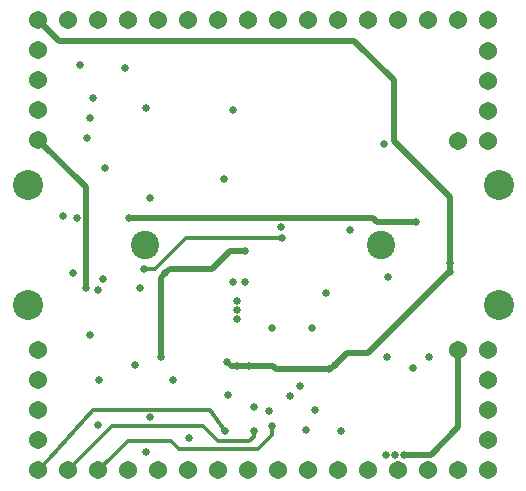
<source format=gbl>
G04 #@! TF.GenerationSoftware,KiCad,Pcbnew,(5.1.5)-3*
G04 #@! TF.CreationDate,2020-08-24T21:30:03-04:00*
G04 #@! TF.ProjectId,power-board,706f7765-722d-4626-9f61-72642e6b6963,v0*
G04 #@! TF.SameCoordinates,Original*
G04 #@! TF.FileFunction,Copper,L4,Bot*
G04 #@! TF.FilePolarity,Positive*
%FSLAX46Y46*%
G04 Gerber Fmt 4.6, Leading zero omitted, Abs format (unit mm)*
G04 Created by KiCad (PCBNEW (5.1.5)-3) date 2020-08-24 21:30:03*
%MOMM*%
%LPD*%
G04 APERTURE LIST*
%ADD10C,2.400000*%
%ADD11C,0.635000*%
%ADD12C,1.540000*%
%ADD13C,2.540000*%
%ADD14C,0.508000*%
%ADD15C,0.304800*%
G04 APERTURE END LIST*
D10*
X145000000Y-107950000D03*
X165000000Y-107950000D03*
D11*
X152781000Y-112741400D03*
X152781000Y-113478000D03*
X152781000Y-114265400D03*
D12*
X135950000Y-88950000D03*
X138490000Y-88950000D03*
X141030000Y-88950000D03*
X143570000Y-88950000D03*
X146110000Y-88950000D03*
X148650000Y-88950000D03*
X151190000Y-88950000D03*
X153730000Y-88950000D03*
X156270000Y-88950000D03*
X158810000Y-88950000D03*
X161350000Y-88950000D03*
X163890000Y-88950000D03*
X166430000Y-88950000D03*
X168970000Y-88950000D03*
X171510000Y-88950000D03*
X174050000Y-88950000D03*
X174050000Y-127050000D03*
X171510000Y-127050000D03*
X168970000Y-127050000D03*
X166430000Y-127050000D03*
X163890000Y-127050000D03*
X161350000Y-127050000D03*
X158810000Y-127050000D03*
X156270000Y-127050000D03*
X153730000Y-127050000D03*
X151190000Y-127050000D03*
X148650000Y-127050000D03*
X146110000Y-127050000D03*
X143570000Y-127050000D03*
X141030000Y-127050000D03*
X138490000Y-127050000D03*
X135950000Y-127050000D03*
X135950000Y-91490000D03*
X135950000Y-94030000D03*
X135950000Y-96570000D03*
X135950000Y-99110000D03*
X135950000Y-124510000D03*
X135950000Y-121970000D03*
X135950000Y-119430000D03*
X135950000Y-116890000D03*
D13*
X174960000Y-113080000D03*
X135040000Y-113080000D03*
X174960000Y-102920000D03*
X135040000Y-102920000D03*
D12*
X174040000Y-94106200D03*
X174040000Y-99186200D03*
X174040000Y-96646200D03*
X174040000Y-91566200D03*
X171500000Y-99186200D03*
X174050000Y-121969800D03*
X174050000Y-116889800D03*
X174050000Y-119429800D03*
X174050000Y-124509800D03*
X171510000Y-116889800D03*
D11*
X152400000Y-111125000D03*
X153416000Y-111125000D03*
X151638000Y-102362000D03*
X159385000Y-121920000D03*
X141427200Y-110896400D03*
X145415000Y-122555000D03*
X152400000Y-96520000D03*
X165227000Y-99441000D03*
X162306000Y-106680000D03*
X156464000Y-106426000D03*
X139446000Y-92710000D03*
X140335000Y-115570000D03*
X140970000Y-123190000D03*
X144145000Y-118178500D03*
X147320000Y-119380000D03*
X160274000Y-112014000D03*
X158607000Y-123682000D03*
X161544000Y-123698000D03*
X165557200Y-110693200D03*
X167640000Y-118364000D03*
X153416000Y-108458000D03*
X146304000Y-117475000D03*
X146685000Y-110363000D03*
X139954000Y-111633000D03*
X165354000Y-125730000D03*
X166116000Y-125730000D03*
X166878000Y-125730000D03*
X155702000Y-123317000D03*
X151765000Y-123698000D03*
X154178000Y-123698000D03*
X148717000Y-124333000D03*
X140970000Y-111760000D03*
X145034000Y-125476000D03*
X141097000Y-119380000D03*
X159156500Y-115036500D03*
X155727500Y-115036500D03*
X169037000Y-117475000D03*
X165481000Y-117475000D03*
X158115000Y-119888000D03*
X141605000Y-101473000D03*
X143256000Y-92964000D03*
X140081000Y-98933000D03*
X138023600Y-105511600D03*
X145415000Y-104013000D03*
X155448000Y-122047000D03*
X139192000Y-105664000D03*
X152019000Y-120650000D03*
X143637000Y-105664000D03*
X167944800Y-106019600D03*
X160528000Y-118491000D03*
X161036000Y-118110000D03*
X153797000Y-118237000D03*
X152781000Y-118237000D03*
X151892000Y-117856000D03*
X170818000Y-110236000D03*
X170818000Y-109474000D03*
X156565600Y-107391200D03*
X144881600Y-110032800D03*
X145034000Y-96393000D03*
X157226000Y-120777000D03*
X138861900Y-110312100D03*
X140309600Y-97231200D03*
X140563600Y-95504000D03*
X154178000Y-121666000D03*
X144576800Y-111607600D03*
D14*
X153416000Y-108458000D02*
X152146000Y-108458000D01*
X152146000Y-108458000D02*
X150622000Y-109982000D01*
X150622000Y-109982000D02*
X147066000Y-109982000D01*
X147066000Y-109982000D02*
X146685000Y-110363000D01*
X146304000Y-110744000D02*
X146304000Y-117475000D01*
X146685000Y-110363000D02*
X146304000Y-110744000D01*
X139954000Y-103114000D02*
X135950000Y-99110000D01*
X139954000Y-111633000D02*
X139954000Y-103114000D01*
X171510000Y-116889800D02*
X171510000Y-121920000D01*
X171510000Y-121920000D02*
X171510000Y-122164800D01*
X171510000Y-121920000D02*
X171510000Y-123384000D01*
X171510000Y-123384000D02*
X169164000Y-125730000D01*
X169164000Y-125730000D02*
X167640000Y-125730000D01*
X167640000Y-125730000D02*
X166878000Y-125730000D01*
X165354000Y-125730000D02*
X165354000Y-125730000D01*
D15*
X141030000Y-127050000D02*
X141030000Y-127060000D01*
X142105999Y-125984001D02*
X142112999Y-125984001D01*
X141030000Y-127060000D02*
X142105999Y-125984001D01*
X142112999Y-125984001D02*
X143510000Y-124587000D01*
X143510000Y-124587000D02*
X147193000Y-124587000D01*
X147193000Y-124587000D02*
X147828000Y-125222000D01*
X147828000Y-125222000D02*
X154559000Y-125222000D01*
X154559000Y-125222000D02*
X155702000Y-124079000D01*
X155702000Y-124079000D02*
X155702000Y-123317000D01*
X155702000Y-123317000D02*
X155702000Y-123317000D01*
X140589000Y-121920000D02*
X136895546Y-126100546D01*
X136719999Y-126280001D02*
X135950000Y-127050000D01*
X151765000Y-123698000D02*
X150495000Y-121920000D01*
X136895546Y-126100546D02*
X136719999Y-126280001D01*
X150495000Y-121920000D02*
X140589000Y-121920000D01*
X138490000Y-127050000D02*
X142223000Y-123317000D01*
X142223000Y-123317000D02*
X149860000Y-123317000D01*
X149860000Y-123317000D02*
X151130000Y-124587000D01*
X151130000Y-124587000D02*
X153797000Y-124587000D01*
X153797000Y-124587000D02*
X154178000Y-124206000D01*
X154178000Y-124206000D02*
X154178000Y-123698000D01*
X154178000Y-123698000D02*
X154178000Y-123698000D01*
D14*
X167944800Y-106019600D02*
X167944800Y-106019600D01*
X155448000Y-105664000D02*
X143637000Y-105664000D01*
X167944800Y-106019600D02*
X164642800Y-106019600D01*
X164287200Y-105664000D02*
X155448000Y-105664000D01*
X164642800Y-106019600D02*
X164287200Y-105664000D01*
X159766000Y-118491000D02*
X160655000Y-118491000D01*
X160655000Y-118491000D02*
X161036000Y-118110000D01*
X152273000Y-118237000D02*
X153797000Y-118237000D01*
X155829000Y-118237000D02*
X152273000Y-118237000D01*
X159766000Y-118491000D02*
X156083000Y-118491000D01*
X156083000Y-118491000D02*
X155829000Y-118237000D01*
X162052000Y-117094000D02*
X161036000Y-118110000D01*
X170818000Y-108994400D02*
X170818000Y-108994400D01*
X170818000Y-109699600D02*
X170818000Y-109067600D01*
X170818000Y-103960626D02*
X166065200Y-99207826D01*
X170818000Y-109067600D02*
X170818000Y-103960626D01*
X166065200Y-99207826D02*
X166065200Y-94030800D01*
X166065200Y-94030800D02*
X162712400Y-90678000D01*
X137678000Y-90678000D02*
X135950000Y-88950000D01*
X162712400Y-90678000D02*
X137678000Y-90678000D01*
D15*
X144881600Y-110032800D02*
X144881600Y-110032800D01*
D14*
X163872612Y-117094000D02*
X162052000Y-117094000D01*
X170818000Y-110148612D02*
X163872612Y-117094000D01*
X170818000Y-109699600D02*
X170818000Y-110148612D01*
D15*
X145846800Y-110032800D02*
X144881600Y-110032800D01*
X156565600Y-107391200D02*
X148488400Y-107391200D01*
X148488400Y-107391200D02*
X145846800Y-110032800D01*
M02*

</source>
